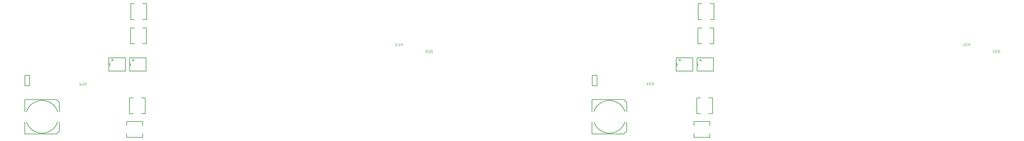
<source format=gbo>
G75*
%MOIN*%
%OFA0B0*%
%FSLAX25Y25*%
%IPPOS*%
%LPD*%
%AMOC8*
5,1,8,0,0,1.08239X$1,22.5*
%
%ADD10C,0.00600*%
%ADD11C,0.00300*%
%ADD12C,0.00800*%
D10*
X0243143Y0124561D02*
X0243143Y0129161D01*
X0243143Y0124561D02*
X0261943Y0124561D01*
X0261943Y0129161D01*
X0261943Y0138761D02*
X0261943Y0143361D01*
X0243143Y0143361D01*
X0243143Y0138761D01*
X0246367Y0152620D02*
X0250967Y0152620D01*
X0246367Y0152620D02*
X0246367Y0171420D01*
X0250967Y0171420D01*
X0260567Y0171420D02*
X0265167Y0171420D01*
X0265167Y0152620D01*
X0260567Y0152620D01*
X0128825Y0185768D02*
X0128825Y0197925D01*
X0123215Y0197925D01*
X0123215Y0185768D01*
X0128825Y0185768D01*
X0222245Y0203062D02*
X0222245Y0209662D01*
X0222245Y0212062D01*
X0222245Y0218662D01*
X0241845Y0218662D01*
X0241845Y0203062D01*
X0222245Y0203062D01*
X0246655Y0203062D02*
X0246655Y0209662D01*
X0246655Y0212062D01*
X0246655Y0218662D01*
X0266255Y0218662D01*
X0266255Y0203062D01*
X0246655Y0203062D01*
X0246655Y0209662D02*
X0246724Y0209664D01*
X0246792Y0209670D01*
X0246860Y0209680D01*
X0246927Y0209693D01*
X0246993Y0209711D01*
X0247058Y0209732D01*
X0247122Y0209757D01*
X0247184Y0209785D01*
X0247245Y0209817D01*
X0247304Y0209852D01*
X0247360Y0209891D01*
X0247415Y0209933D01*
X0247466Y0209978D01*
X0247516Y0210026D01*
X0247562Y0210076D01*
X0247605Y0210129D01*
X0247646Y0210185D01*
X0247683Y0210242D01*
X0247716Y0210302D01*
X0247747Y0210364D01*
X0247773Y0210427D01*
X0247796Y0210491D01*
X0247816Y0210557D01*
X0247831Y0210624D01*
X0247843Y0210691D01*
X0247851Y0210759D01*
X0247855Y0210828D01*
X0247855Y0210896D01*
X0247851Y0210965D01*
X0247843Y0211033D01*
X0247831Y0211100D01*
X0247816Y0211167D01*
X0247796Y0211233D01*
X0247773Y0211297D01*
X0247747Y0211360D01*
X0247716Y0211422D01*
X0247683Y0211482D01*
X0247646Y0211539D01*
X0247605Y0211595D01*
X0247562Y0211648D01*
X0247516Y0211698D01*
X0247466Y0211746D01*
X0247415Y0211791D01*
X0247360Y0211833D01*
X0247304Y0211872D01*
X0247245Y0211907D01*
X0247184Y0211939D01*
X0247122Y0211967D01*
X0247058Y0211992D01*
X0246993Y0212013D01*
X0246927Y0212031D01*
X0246860Y0212044D01*
X0246792Y0212054D01*
X0246724Y0212060D01*
X0246655Y0212062D01*
X0222245Y0212062D02*
X0222314Y0212060D01*
X0222382Y0212054D01*
X0222450Y0212044D01*
X0222517Y0212031D01*
X0222583Y0212013D01*
X0222648Y0211992D01*
X0222712Y0211967D01*
X0222774Y0211939D01*
X0222835Y0211907D01*
X0222894Y0211872D01*
X0222950Y0211833D01*
X0223005Y0211791D01*
X0223056Y0211746D01*
X0223106Y0211698D01*
X0223152Y0211648D01*
X0223195Y0211595D01*
X0223236Y0211539D01*
X0223273Y0211482D01*
X0223306Y0211422D01*
X0223337Y0211360D01*
X0223363Y0211297D01*
X0223386Y0211233D01*
X0223406Y0211167D01*
X0223421Y0211100D01*
X0223433Y0211033D01*
X0223441Y0210965D01*
X0223445Y0210896D01*
X0223445Y0210828D01*
X0223441Y0210759D01*
X0223433Y0210691D01*
X0223421Y0210624D01*
X0223406Y0210557D01*
X0223386Y0210491D01*
X0223363Y0210427D01*
X0223337Y0210364D01*
X0223306Y0210302D01*
X0223273Y0210242D01*
X0223236Y0210185D01*
X0223195Y0210129D01*
X0223152Y0210076D01*
X0223106Y0210026D01*
X0223056Y0209978D01*
X0223005Y0209933D01*
X0222950Y0209891D01*
X0222894Y0209852D01*
X0222835Y0209817D01*
X0222774Y0209785D01*
X0222712Y0209757D01*
X0222648Y0209732D01*
X0222583Y0209711D01*
X0222517Y0209693D01*
X0222450Y0209680D01*
X0222382Y0209670D01*
X0222314Y0209664D01*
X0222245Y0209662D01*
X0247724Y0235210D02*
X0252324Y0235210D01*
X0247724Y0235210D02*
X0247724Y0254010D01*
X0252324Y0254010D01*
X0261924Y0254010D02*
X0266524Y0254010D01*
X0266524Y0235210D01*
X0261924Y0235210D01*
X0262200Y0263913D02*
X0266800Y0263913D01*
X0266800Y0282713D01*
X0262200Y0282713D01*
X0252600Y0282713D02*
X0248000Y0282713D01*
X0248000Y0263913D01*
X0252600Y0263913D01*
X0792506Y0197925D02*
X0792506Y0185768D01*
X0798116Y0185768D01*
X0798116Y0197925D01*
X0792506Y0197925D01*
X0891537Y0203062D02*
X0891537Y0209662D01*
X0891537Y0212062D01*
X0891537Y0218662D01*
X0911137Y0218662D01*
X0911137Y0203062D01*
X0891537Y0203062D01*
X0915946Y0203062D02*
X0915946Y0209662D01*
X0915946Y0212062D01*
X0915946Y0218662D01*
X0935546Y0218662D01*
X0935546Y0203062D01*
X0915946Y0203062D01*
X0915946Y0209662D02*
X0916015Y0209664D01*
X0916083Y0209670D01*
X0916151Y0209680D01*
X0916218Y0209693D01*
X0916284Y0209711D01*
X0916349Y0209732D01*
X0916413Y0209757D01*
X0916475Y0209785D01*
X0916536Y0209817D01*
X0916595Y0209852D01*
X0916651Y0209891D01*
X0916706Y0209933D01*
X0916757Y0209978D01*
X0916807Y0210026D01*
X0916853Y0210076D01*
X0916896Y0210129D01*
X0916937Y0210185D01*
X0916974Y0210242D01*
X0917007Y0210302D01*
X0917038Y0210364D01*
X0917064Y0210427D01*
X0917087Y0210491D01*
X0917107Y0210557D01*
X0917122Y0210624D01*
X0917134Y0210691D01*
X0917142Y0210759D01*
X0917146Y0210828D01*
X0917146Y0210896D01*
X0917142Y0210965D01*
X0917134Y0211033D01*
X0917122Y0211100D01*
X0917107Y0211167D01*
X0917087Y0211233D01*
X0917064Y0211297D01*
X0917038Y0211360D01*
X0917007Y0211422D01*
X0916974Y0211482D01*
X0916937Y0211539D01*
X0916896Y0211595D01*
X0916853Y0211648D01*
X0916807Y0211698D01*
X0916757Y0211746D01*
X0916706Y0211791D01*
X0916651Y0211833D01*
X0916595Y0211872D01*
X0916536Y0211907D01*
X0916475Y0211939D01*
X0916413Y0211967D01*
X0916349Y0211992D01*
X0916284Y0212013D01*
X0916218Y0212031D01*
X0916151Y0212044D01*
X0916083Y0212054D01*
X0916015Y0212060D01*
X0915946Y0212062D01*
X0891537Y0212062D02*
X0891606Y0212060D01*
X0891674Y0212054D01*
X0891742Y0212044D01*
X0891809Y0212031D01*
X0891875Y0212013D01*
X0891940Y0211992D01*
X0892004Y0211967D01*
X0892066Y0211939D01*
X0892127Y0211907D01*
X0892186Y0211872D01*
X0892242Y0211833D01*
X0892297Y0211791D01*
X0892348Y0211746D01*
X0892398Y0211698D01*
X0892444Y0211648D01*
X0892487Y0211595D01*
X0892528Y0211539D01*
X0892565Y0211482D01*
X0892598Y0211422D01*
X0892629Y0211360D01*
X0892655Y0211297D01*
X0892678Y0211233D01*
X0892698Y0211167D01*
X0892713Y0211100D01*
X0892725Y0211033D01*
X0892733Y0210965D01*
X0892737Y0210896D01*
X0892737Y0210828D01*
X0892733Y0210759D01*
X0892725Y0210691D01*
X0892713Y0210624D01*
X0892698Y0210557D01*
X0892678Y0210491D01*
X0892655Y0210427D01*
X0892629Y0210364D01*
X0892598Y0210302D01*
X0892565Y0210242D01*
X0892528Y0210185D01*
X0892487Y0210129D01*
X0892444Y0210076D01*
X0892398Y0210026D01*
X0892348Y0209978D01*
X0892297Y0209933D01*
X0892242Y0209891D01*
X0892186Y0209852D01*
X0892127Y0209817D01*
X0892066Y0209785D01*
X0892004Y0209757D01*
X0891940Y0209732D01*
X0891875Y0209711D01*
X0891809Y0209693D01*
X0891742Y0209680D01*
X0891674Y0209670D01*
X0891606Y0209664D01*
X0891537Y0209662D01*
X0917015Y0235210D02*
X0921615Y0235210D01*
X0917015Y0235210D02*
X0917015Y0254010D01*
X0921615Y0254010D01*
X0931215Y0254010D02*
X0935815Y0254010D01*
X0935815Y0235210D01*
X0931215Y0235210D01*
X0931491Y0263913D02*
X0936091Y0263913D01*
X0936091Y0282713D01*
X0931491Y0282713D01*
X0921891Y0282713D02*
X0917291Y0282713D01*
X0917291Y0263913D01*
X0921891Y0263913D01*
X0920258Y0171420D02*
X0915658Y0171420D01*
X0915658Y0152620D01*
X0920258Y0152620D01*
X0929858Y0152620D02*
X0934458Y0152620D01*
X0934458Y0171420D01*
X0929858Y0171420D01*
X0931234Y0143361D02*
X0912434Y0143361D01*
X0912434Y0138761D01*
X0931234Y0138761D02*
X0931234Y0143361D01*
X0931234Y0129161D02*
X0931234Y0124561D01*
X0912434Y0124561D01*
X0912434Y0129161D01*
D11*
X0864495Y0186296D02*
X0864495Y0189199D01*
X0863043Y0189199D01*
X0862560Y0188715D01*
X0862560Y0187748D01*
X0863043Y0187264D01*
X0864495Y0187264D01*
X0863527Y0187264D02*
X0862560Y0186296D01*
X0861548Y0186780D02*
X0861064Y0186296D01*
X0860097Y0186296D01*
X0859613Y0186780D01*
X0859613Y0187264D01*
X0860097Y0187748D01*
X0860581Y0187748D01*
X0860097Y0187748D02*
X0859613Y0188231D01*
X0859613Y0188715D01*
X0860097Y0189199D01*
X0861064Y0189199D01*
X0861548Y0188715D01*
X0858602Y0187748D02*
X0856667Y0187748D01*
X0857150Y0189199D02*
X0858602Y0187748D01*
X0857150Y0189199D02*
X0857150Y0186296D01*
X0893967Y0214503D02*
X0897103Y0217639D01*
X0895535Y0217639D02*
X0895535Y0214503D01*
X0897103Y0214503D02*
X0893967Y0217639D01*
X0893967Y0216071D02*
X0897103Y0216071D01*
X0918377Y0216071D02*
X0921513Y0216071D01*
X0921513Y0217639D02*
X0918377Y0214503D01*
X0919945Y0214503D02*
X0919945Y0217639D01*
X0918377Y0217639D02*
X0921513Y0214503D01*
X1229796Y0232882D02*
X1231731Y0232882D01*
X1230763Y0232882D02*
X1230763Y0235785D01*
X1231731Y0234817D01*
X1232742Y0234817D02*
X1233226Y0234334D01*
X1232742Y0233850D01*
X1232742Y0233366D01*
X1233226Y0232882D01*
X1234193Y0232882D01*
X1234677Y0233366D01*
X1235689Y0232882D02*
X1236656Y0233850D01*
X1236172Y0233850D02*
X1237624Y0233850D01*
X1237624Y0232882D02*
X1237624Y0235785D01*
X1236172Y0235785D01*
X1235689Y0235301D01*
X1235689Y0234334D01*
X1236172Y0233850D01*
X1234677Y0235301D02*
X1234193Y0235785D01*
X1233226Y0235785D01*
X1232742Y0235301D01*
X1232742Y0234817D01*
X1233226Y0234334D02*
X1233710Y0234334D01*
X1265131Y0227101D02*
X1265131Y0226617D01*
X1265615Y0226134D01*
X1265131Y0225650D01*
X1265131Y0225166D01*
X1265615Y0224682D01*
X1266582Y0224682D01*
X1267066Y0225166D01*
X1268078Y0225166D02*
X1268561Y0224682D01*
X1269529Y0224682D01*
X1270013Y0225166D01*
X1271024Y0224682D02*
X1271992Y0225650D01*
X1271508Y0225650D02*
X1272959Y0225650D01*
X1272959Y0224682D02*
X1272959Y0227585D01*
X1271508Y0227585D01*
X1271024Y0227101D01*
X1271024Y0226134D01*
X1271508Y0225650D01*
X1270013Y0227101D02*
X1269529Y0227585D01*
X1268561Y0227585D01*
X1268078Y0227101D01*
X1268078Y0226617D01*
X1268561Y0226134D01*
X1268078Y0225650D01*
X1268078Y0225166D01*
X1268561Y0226134D02*
X1269045Y0226134D01*
X1267066Y0227101D02*
X1266582Y0227585D01*
X1265615Y0227585D01*
X1265131Y0227101D01*
X1265615Y0226134D02*
X1266099Y0226134D01*
X0603668Y0225650D02*
X0602217Y0225650D01*
X0601733Y0226134D01*
X0601733Y0227101D01*
X0602217Y0227585D01*
X0603668Y0227585D01*
X0603668Y0224682D01*
X0602700Y0225650D02*
X0601733Y0224682D01*
X0600721Y0224682D02*
X0598786Y0224682D01*
X0599754Y0224682D02*
X0599754Y0227585D01*
X0600721Y0226617D01*
X0597775Y0226134D02*
X0596807Y0226617D01*
X0596324Y0226617D01*
X0595840Y0226134D01*
X0595840Y0225166D01*
X0596324Y0224682D01*
X0597291Y0224682D01*
X0597775Y0225166D01*
X0597775Y0226134D02*
X0597775Y0227585D01*
X0595840Y0227585D01*
X0568332Y0232882D02*
X0568332Y0235785D01*
X0566881Y0235785D01*
X0566397Y0235301D01*
X0566397Y0234334D01*
X0566881Y0233850D01*
X0568332Y0233850D01*
X0567365Y0233850D02*
X0566397Y0232882D01*
X0565386Y0232882D02*
X0563451Y0232882D01*
X0564418Y0232882D02*
X0564418Y0235785D01*
X0565386Y0234817D01*
X0562439Y0235301D02*
X0561956Y0235785D01*
X0560988Y0235785D01*
X0560504Y0235301D01*
X0560504Y0234817D01*
X0560988Y0234334D01*
X0560504Y0233850D01*
X0560504Y0233366D01*
X0560988Y0232882D01*
X0561956Y0232882D01*
X0562439Y0233366D01*
X0561472Y0234334D02*
X0560988Y0234334D01*
X0252222Y0217639D02*
X0249086Y0214503D01*
X0250654Y0214503D02*
X0250654Y0217639D01*
X0249086Y0217639D02*
X0252222Y0214503D01*
X0252222Y0216071D02*
X0249086Y0216071D01*
X0227812Y0216071D02*
X0224676Y0216071D01*
X0224676Y0217639D02*
X0227812Y0214503D01*
X0226244Y0214503D02*
X0226244Y0217639D01*
X0227812Y0217639D02*
X0224676Y0214503D01*
X0195203Y0189199D02*
X0193752Y0189199D01*
X0193268Y0188715D01*
X0193268Y0187748D01*
X0193752Y0187264D01*
X0195203Y0187264D01*
X0194236Y0187264D02*
X0193268Y0186296D01*
X0192257Y0186296D02*
X0190322Y0186296D01*
X0191289Y0186296D02*
X0191289Y0189199D01*
X0192257Y0188231D01*
X0189310Y0187748D02*
X0187859Y0187748D01*
X0187375Y0187264D01*
X0187375Y0186780D01*
X0187859Y0186296D01*
X0188827Y0186296D01*
X0189310Y0186780D01*
X0189310Y0187748D01*
X0188343Y0188715D01*
X0187375Y0189199D01*
X0195203Y0189199D02*
X0195203Y0186296D01*
D12*
X0163880Y0165862D02*
X0160337Y0169406D01*
X0122935Y0169406D01*
X0122935Y0154839D01*
X0125100Y0142831D02*
X0125255Y0142384D01*
X0125421Y0141942D01*
X0125598Y0141503D01*
X0125785Y0141069D01*
X0125983Y0140640D01*
X0126191Y0140216D01*
X0126410Y0139797D01*
X0126638Y0139384D01*
X0126877Y0138976D01*
X0127126Y0138574D01*
X0127385Y0138178D01*
X0127653Y0137789D01*
X0127931Y0137407D01*
X0128217Y0137031D01*
X0128513Y0136663D01*
X0128818Y0136302D01*
X0129132Y0135948D01*
X0129454Y0135603D01*
X0129785Y0135265D01*
X0130124Y0134936D01*
X0130471Y0134614D01*
X0130825Y0134302D01*
X0131187Y0133998D01*
X0131556Y0133703D01*
X0131933Y0133418D01*
X0132316Y0133141D01*
X0132706Y0132875D01*
X0133103Y0132617D01*
X0133506Y0132370D01*
X0133914Y0132132D01*
X0134328Y0131905D01*
X0134748Y0131688D01*
X0135173Y0131481D01*
X0135603Y0131285D01*
X0136037Y0131099D01*
X0136476Y0130924D01*
X0136919Y0130759D01*
X0137366Y0130606D01*
X0137817Y0130463D01*
X0138271Y0130332D01*
X0138728Y0130212D01*
X0139188Y0130103D01*
X0139650Y0130005D01*
X0140115Y0129919D01*
X0140582Y0129844D01*
X0141050Y0129781D01*
X0141520Y0129729D01*
X0141990Y0129688D01*
X0142462Y0129659D01*
X0142934Y0129642D01*
X0143407Y0129636D01*
X0143880Y0129642D01*
X0144352Y0129659D01*
X0144824Y0129688D01*
X0145294Y0129729D01*
X0145764Y0129781D01*
X0146232Y0129844D01*
X0146699Y0129919D01*
X0147164Y0130005D01*
X0147626Y0130103D01*
X0148086Y0130212D01*
X0148543Y0130332D01*
X0148997Y0130463D01*
X0149448Y0130606D01*
X0149895Y0130759D01*
X0150338Y0130924D01*
X0150777Y0131099D01*
X0151211Y0131285D01*
X0151641Y0131481D01*
X0152066Y0131688D01*
X0152486Y0131905D01*
X0152900Y0132132D01*
X0153308Y0132370D01*
X0153711Y0132617D01*
X0154108Y0132875D01*
X0154498Y0133141D01*
X0154881Y0133418D01*
X0155258Y0133703D01*
X0155627Y0133998D01*
X0155989Y0134302D01*
X0156343Y0134614D01*
X0156690Y0134936D01*
X0157029Y0135265D01*
X0157360Y0135603D01*
X0157682Y0135948D01*
X0157996Y0136302D01*
X0158301Y0136663D01*
X0158597Y0137031D01*
X0158883Y0137407D01*
X0159161Y0137789D01*
X0159429Y0138178D01*
X0159688Y0138574D01*
X0159937Y0138976D01*
X0160176Y0139384D01*
X0160404Y0139797D01*
X0160623Y0140216D01*
X0160831Y0140640D01*
X0161029Y0141069D01*
X0161216Y0141503D01*
X0161393Y0141942D01*
X0161559Y0142384D01*
X0161714Y0142831D01*
X0163880Y0143028D02*
X0163880Y0132004D01*
X0160337Y0128461D01*
X0122935Y0128461D01*
X0122935Y0143028D01*
X0125100Y0155035D02*
X0125255Y0155482D01*
X0125421Y0155924D01*
X0125598Y0156363D01*
X0125785Y0156797D01*
X0125983Y0157226D01*
X0126191Y0157650D01*
X0126410Y0158069D01*
X0126638Y0158482D01*
X0126877Y0158890D01*
X0127126Y0159292D01*
X0127385Y0159688D01*
X0127653Y0160077D01*
X0127931Y0160459D01*
X0128217Y0160835D01*
X0128513Y0161203D01*
X0128818Y0161564D01*
X0129132Y0161918D01*
X0129454Y0162263D01*
X0129785Y0162601D01*
X0130124Y0162930D01*
X0130471Y0163252D01*
X0130825Y0163564D01*
X0131187Y0163868D01*
X0131556Y0164163D01*
X0131933Y0164448D01*
X0132316Y0164725D01*
X0132706Y0164991D01*
X0133103Y0165249D01*
X0133506Y0165496D01*
X0133914Y0165734D01*
X0134328Y0165961D01*
X0134748Y0166178D01*
X0135173Y0166385D01*
X0135603Y0166581D01*
X0136037Y0166767D01*
X0136476Y0166942D01*
X0136919Y0167107D01*
X0137366Y0167260D01*
X0137817Y0167403D01*
X0138271Y0167534D01*
X0138728Y0167654D01*
X0139188Y0167763D01*
X0139650Y0167861D01*
X0140115Y0167947D01*
X0140582Y0168022D01*
X0141050Y0168085D01*
X0141520Y0168137D01*
X0141990Y0168178D01*
X0142462Y0168207D01*
X0142934Y0168224D01*
X0143407Y0168230D01*
X0143880Y0168224D01*
X0144352Y0168207D01*
X0144824Y0168178D01*
X0145294Y0168137D01*
X0145764Y0168085D01*
X0146232Y0168022D01*
X0146699Y0167947D01*
X0147164Y0167861D01*
X0147626Y0167763D01*
X0148086Y0167654D01*
X0148543Y0167534D01*
X0148997Y0167403D01*
X0149448Y0167260D01*
X0149895Y0167107D01*
X0150338Y0166942D01*
X0150777Y0166767D01*
X0151211Y0166581D01*
X0151641Y0166385D01*
X0152066Y0166178D01*
X0152486Y0165961D01*
X0152900Y0165734D01*
X0153308Y0165496D01*
X0153711Y0165249D01*
X0154108Y0164991D01*
X0154498Y0164725D01*
X0154881Y0164448D01*
X0155258Y0164163D01*
X0155627Y0163868D01*
X0155989Y0163564D01*
X0156343Y0163252D01*
X0156690Y0162930D01*
X0157029Y0162601D01*
X0157360Y0162263D01*
X0157682Y0161918D01*
X0157996Y0161564D01*
X0158301Y0161203D01*
X0158597Y0160835D01*
X0158883Y0160459D01*
X0159161Y0160077D01*
X0159429Y0159688D01*
X0159688Y0159292D01*
X0159937Y0158890D01*
X0160176Y0158482D01*
X0160404Y0158069D01*
X0160623Y0157650D01*
X0160831Y0157226D01*
X0161029Y0156797D01*
X0161216Y0156363D01*
X0161393Y0155924D01*
X0161559Y0155482D01*
X0161714Y0155035D01*
X0163880Y0154839D02*
X0163880Y0165862D01*
X0792226Y0169406D02*
X0792226Y0154839D01*
X0794392Y0142831D02*
X0794547Y0142384D01*
X0794713Y0141942D01*
X0794890Y0141503D01*
X0795077Y0141069D01*
X0795275Y0140640D01*
X0795483Y0140216D01*
X0795702Y0139797D01*
X0795930Y0139384D01*
X0796169Y0138976D01*
X0796418Y0138574D01*
X0796677Y0138178D01*
X0796945Y0137789D01*
X0797223Y0137407D01*
X0797509Y0137031D01*
X0797805Y0136663D01*
X0798110Y0136302D01*
X0798424Y0135948D01*
X0798746Y0135603D01*
X0799077Y0135265D01*
X0799416Y0134936D01*
X0799763Y0134614D01*
X0800117Y0134302D01*
X0800479Y0133998D01*
X0800848Y0133703D01*
X0801225Y0133418D01*
X0801608Y0133141D01*
X0801998Y0132875D01*
X0802395Y0132617D01*
X0802798Y0132370D01*
X0803206Y0132132D01*
X0803620Y0131905D01*
X0804040Y0131688D01*
X0804465Y0131481D01*
X0804895Y0131285D01*
X0805329Y0131099D01*
X0805768Y0130924D01*
X0806211Y0130759D01*
X0806658Y0130606D01*
X0807109Y0130463D01*
X0807563Y0130332D01*
X0808020Y0130212D01*
X0808480Y0130103D01*
X0808942Y0130005D01*
X0809407Y0129919D01*
X0809874Y0129844D01*
X0810342Y0129781D01*
X0810812Y0129729D01*
X0811282Y0129688D01*
X0811754Y0129659D01*
X0812226Y0129642D01*
X0812699Y0129636D01*
X0813172Y0129642D01*
X0813644Y0129659D01*
X0814116Y0129688D01*
X0814586Y0129729D01*
X0815056Y0129781D01*
X0815524Y0129844D01*
X0815991Y0129919D01*
X0816456Y0130005D01*
X0816918Y0130103D01*
X0817378Y0130212D01*
X0817835Y0130332D01*
X0818289Y0130463D01*
X0818740Y0130606D01*
X0819187Y0130759D01*
X0819630Y0130924D01*
X0820069Y0131099D01*
X0820503Y0131285D01*
X0820933Y0131481D01*
X0821358Y0131688D01*
X0821778Y0131905D01*
X0822192Y0132132D01*
X0822600Y0132370D01*
X0823003Y0132617D01*
X0823400Y0132875D01*
X0823790Y0133141D01*
X0824173Y0133418D01*
X0824550Y0133703D01*
X0824919Y0133998D01*
X0825281Y0134302D01*
X0825635Y0134614D01*
X0825982Y0134936D01*
X0826321Y0135265D01*
X0826652Y0135603D01*
X0826974Y0135948D01*
X0827288Y0136302D01*
X0827593Y0136663D01*
X0827889Y0137031D01*
X0828175Y0137407D01*
X0828453Y0137789D01*
X0828721Y0138178D01*
X0828980Y0138574D01*
X0829229Y0138976D01*
X0829468Y0139384D01*
X0829696Y0139797D01*
X0829915Y0140216D01*
X0830123Y0140640D01*
X0830321Y0141069D01*
X0830508Y0141503D01*
X0830685Y0141942D01*
X0830851Y0142384D01*
X0831006Y0142831D01*
X0833171Y0143028D02*
X0833171Y0132004D01*
X0829628Y0128461D01*
X0792226Y0128461D01*
X0792226Y0143028D01*
X0794392Y0155035D02*
X0794547Y0155482D01*
X0794713Y0155924D01*
X0794890Y0156363D01*
X0795077Y0156797D01*
X0795275Y0157226D01*
X0795483Y0157650D01*
X0795702Y0158069D01*
X0795930Y0158482D01*
X0796169Y0158890D01*
X0796418Y0159292D01*
X0796677Y0159688D01*
X0796945Y0160077D01*
X0797223Y0160459D01*
X0797509Y0160835D01*
X0797805Y0161203D01*
X0798110Y0161564D01*
X0798424Y0161918D01*
X0798746Y0162263D01*
X0799077Y0162601D01*
X0799416Y0162930D01*
X0799763Y0163252D01*
X0800117Y0163564D01*
X0800479Y0163868D01*
X0800848Y0164163D01*
X0801225Y0164448D01*
X0801608Y0164725D01*
X0801998Y0164991D01*
X0802395Y0165249D01*
X0802798Y0165496D01*
X0803206Y0165734D01*
X0803620Y0165961D01*
X0804040Y0166178D01*
X0804465Y0166385D01*
X0804895Y0166581D01*
X0805329Y0166767D01*
X0805768Y0166942D01*
X0806211Y0167107D01*
X0806658Y0167260D01*
X0807109Y0167403D01*
X0807563Y0167534D01*
X0808020Y0167654D01*
X0808480Y0167763D01*
X0808942Y0167861D01*
X0809407Y0167947D01*
X0809874Y0168022D01*
X0810342Y0168085D01*
X0810812Y0168137D01*
X0811282Y0168178D01*
X0811754Y0168207D01*
X0812226Y0168224D01*
X0812699Y0168230D01*
X0813172Y0168224D01*
X0813644Y0168207D01*
X0814116Y0168178D01*
X0814586Y0168137D01*
X0815056Y0168085D01*
X0815524Y0168022D01*
X0815991Y0167947D01*
X0816456Y0167861D01*
X0816918Y0167763D01*
X0817378Y0167654D01*
X0817835Y0167534D01*
X0818289Y0167403D01*
X0818740Y0167260D01*
X0819187Y0167107D01*
X0819630Y0166942D01*
X0820069Y0166767D01*
X0820503Y0166581D01*
X0820933Y0166385D01*
X0821358Y0166178D01*
X0821778Y0165961D01*
X0822192Y0165734D01*
X0822600Y0165496D01*
X0823003Y0165249D01*
X0823400Y0164991D01*
X0823790Y0164725D01*
X0824173Y0164448D01*
X0824550Y0164163D01*
X0824919Y0163868D01*
X0825281Y0163564D01*
X0825635Y0163252D01*
X0825982Y0162930D01*
X0826321Y0162601D01*
X0826652Y0162263D01*
X0826974Y0161918D01*
X0827288Y0161564D01*
X0827593Y0161203D01*
X0827889Y0160835D01*
X0828175Y0160459D01*
X0828453Y0160077D01*
X0828721Y0159688D01*
X0828980Y0159292D01*
X0829229Y0158890D01*
X0829468Y0158482D01*
X0829696Y0158069D01*
X0829915Y0157650D01*
X0830123Y0157226D01*
X0830321Y0156797D01*
X0830508Y0156363D01*
X0830685Y0155924D01*
X0830851Y0155482D01*
X0831006Y0155035D01*
X0833171Y0154839D02*
X0833171Y0165862D01*
X0829628Y0169406D01*
X0792226Y0169406D01*
M02*

</source>
